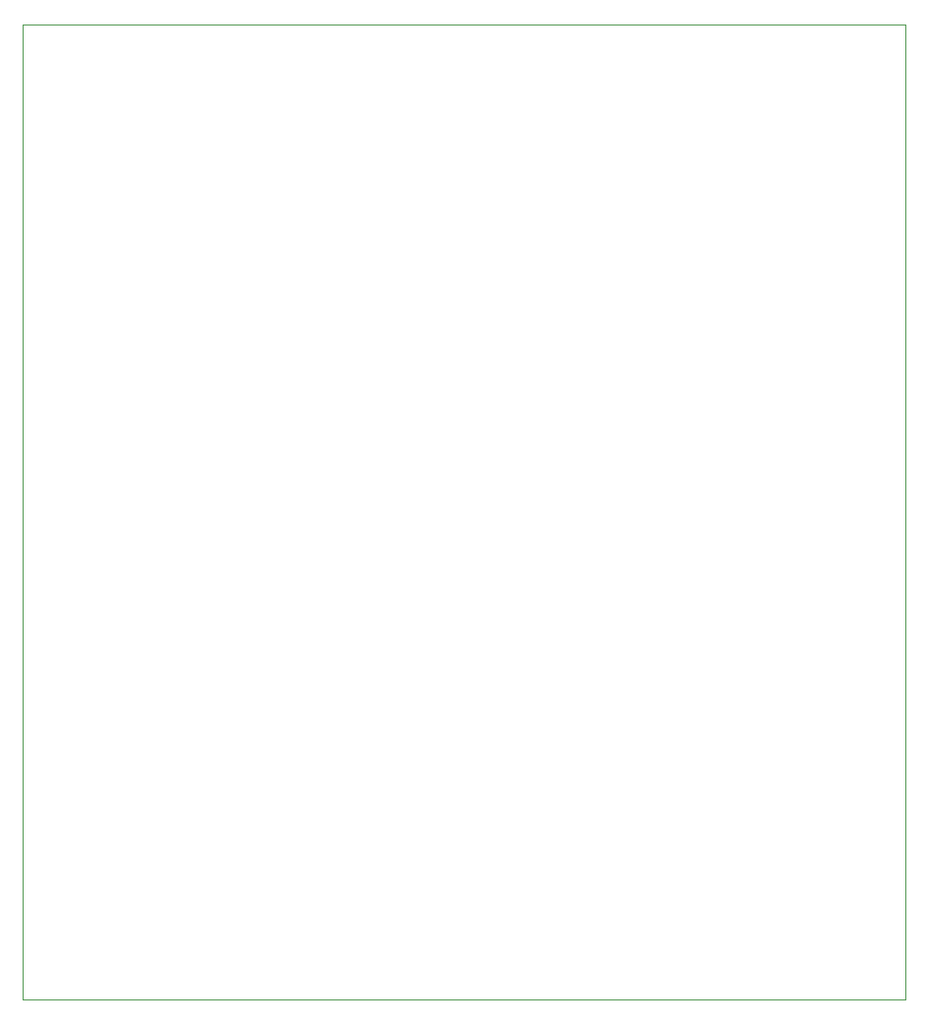
<source format=gbr>
%TF.GenerationSoftware,KiCad,Pcbnew,9.0.1*%
%TF.CreationDate,2025-04-03T14:44:02-07:00*%
%TF.ProjectId,Final_Board-v3C,46696e61-6c5f-4426-9f61-72642d763343,rev?*%
%TF.SameCoordinates,Original*%
%TF.FileFunction,Profile,NP*%
%FSLAX46Y46*%
G04 Gerber Fmt 4.6, Leading zero omitted, Abs format (unit mm)*
G04 Created by KiCad (PCBNEW 9.0.1) date 2025-04-03 14:44:02*
%MOMM*%
%LPD*%
G01*
G04 APERTURE LIST*
%TA.AperFunction,Profile*%
%ADD10C,0.050000*%
%TD*%
G04 APERTURE END LIST*
D10*
X100000000Y-50000000D02*
X179280000Y-50000000D01*
X179280000Y-137452200D01*
X100000000Y-137452200D01*
X100000000Y-50000000D01*
M02*

</source>
